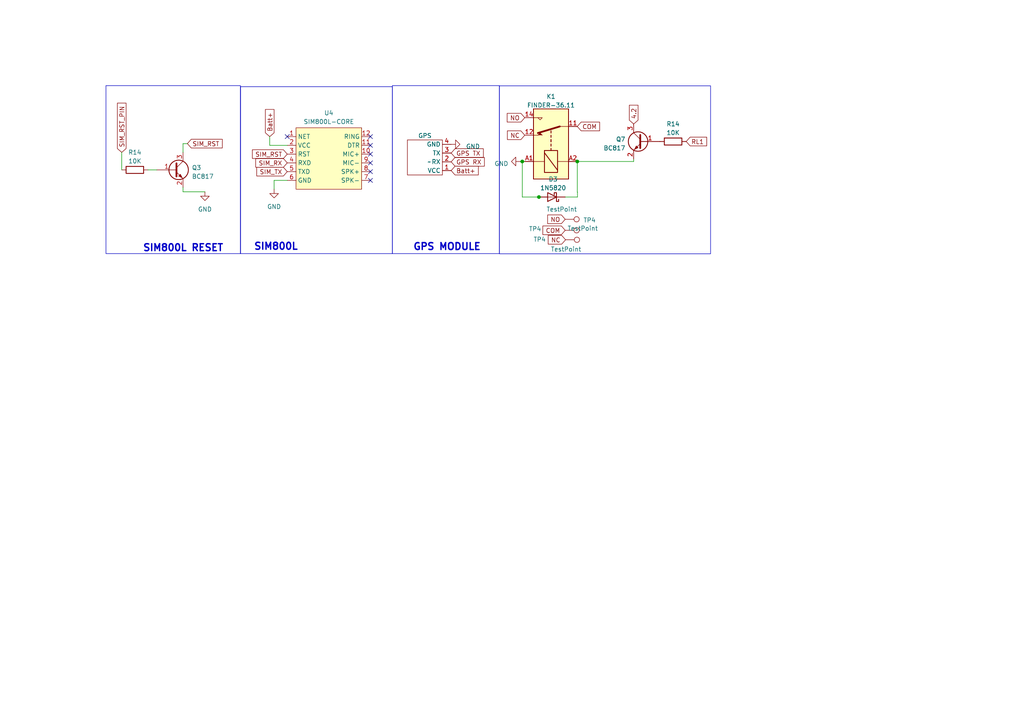
<source format=kicad_sch>
(kicad_sch (version 20230121) (generator eeschema)

  (uuid 6bfcaeb3-5f31-4a63-9f3e-88d98d9fd722)

  (paper "A4")

  (lib_symbols
    (symbol "Connector:TestPoint" (pin_numbers hide) (pin_names (offset 0.762) hide) (in_bom yes) (on_board yes)
      (property "Reference" "TP" (at 0 6.858 0)
        (effects (font (size 1.27 1.27)))
      )
      (property "Value" "TestPoint" (at 0 5.08 0)
        (effects (font (size 1.27 1.27)))
      )
      (property "Footprint" "" (at 5.08 0 0)
        (effects (font (size 1.27 1.27)) hide)
      )
      (property "Datasheet" "~" (at 5.08 0 0)
        (effects (font (size 1.27 1.27)) hide)
      )
      (property "ki_keywords" "test point tp" (at 0 0 0)
        (effects (font (size 1.27 1.27)) hide)
      )
      (property "ki_description" "test point" (at 0 0 0)
        (effects (font (size 1.27 1.27)) hide)
      )
      (property "ki_fp_filters" "Pin* Test*" (at 0 0 0)
        (effects (font (size 1.27 1.27)) hide)
      )
      (symbol "TestPoint_0_1"
        (circle (center 0 3.302) (radius 0.762)
          (stroke (width 0) (type default))
          (fill (type none))
        )
      )
      (symbol "TestPoint_1_1"
        (pin passive line (at 0 0 90) (length 2.54)
          (name "1" (effects (font (size 1.27 1.27))))
          (number "1" (effects (font (size 1.27 1.27))))
        )
      )
    )
    (symbol "Device:R" (pin_numbers hide) (pin_names (offset 0)) (in_bom yes) (on_board yes)
      (property "Reference" "R" (at 2.032 0 90)
        (effects (font (size 1.27 1.27)))
      )
      (property "Value" "R" (at 0 0 90)
        (effects (font (size 1.27 1.27)))
      )
      (property "Footprint" "" (at -1.778 0 90)
        (effects (font (size 1.27 1.27)) hide)
      )
      (property "Datasheet" "~" (at 0 0 0)
        (effects (font (size 1.27 1.27)) hide)
      )
      (property "ki_keywords" "R res resistor" (at 0 0 0)
        (effects (font (size 1.27 1.27)) hide)
      )
      (property "ki_description" "Resistor" (at 0 0 0)
        (effects (font (size 1.27 1.27)) hide)
      )
      (property "ki_fp_filters" "R_*" (at 0 0 0)
        (effects (font (size 1.27 1.27)) hide)
      )
      (symbol "R_0_1"
        (rectangle (start -1.016 -2.54) (end 1.016 2.54)
          (stroke (width 0.254) (type default))
          (fill (type none))
        )
      )
      (symbol "R_1_1"
        (pin passive line (at 0 3.81 270) (length 1.27)
          (name "~" (effects (font (size 1.27 1.27))))
          (number "1" (effects (font (size 1.27 1.27))))
        )
        (pin passive line (at 0 -3.81 90) (length 1.27)
          (name "~" (effects (font (size 1.27 1.27))))
          (number "2" (effects (font (size 1.27 1.27))))
        )
      )
    )
    (symbol "Diode:1N5820" (pin_numbers hide) (pin_names (offset 1.016) hide) (in_bom yes) (on_board yes)
      (property "Reference" "D" (at 0 2.54 0)
        (effects (font (size 1.27 1.27)))
      )
      (property "Value" "1N5820" (at 0 -2.54 0)
        (effects (font (size 1.27 1.27)))
      )
      (property "Footprint" "Diode_THT:D_DO-201AD_P15.24mm_Horizontal" (at 0 -4.445 0)
        (effects (font (size 1.27 1.27)) hide)
      )
      (property "Datasheet" "http://www.vishay.com/docs/88526/1n5820.pdf" (at 0 0 0)
        (effects (font (size 1.27 1.27)) hide)
      )
      (property "ki_keywords" "diode Schottky" (at 0 0 0)
        (effects (font (size 1.27 1.27)) hide)
      )
      (property "ki_description" "20V 3A Schottky Barrier Rectifier Diode, DO-201AD" (at 0 0 0)
        (effects (font (size 1.27 1.27)) hide)
      )
      (property "ki_fp_filters" "D*DO?201AD*" (at 0 0 0)
        (effects (font (size 1.27 1.27)) hide)
      )
      (symbol "1N5820_0_1"
        (polyline
          (pts
            (xy 1.27 0)
            (xy -1.27 0)
          )
          (stroke (width 0) (type default))
          (fill (type none))
        )
        (polyline
          (pts
            (xy 1.27 1.27)
            (xy 1.27 -1.27)
            (xy -1.27 0)
            (xy 1.27 1.27)
          )
          (stroke (width 0.254) (type default))
          (fill (type none))
        )
        (polyline
          (pts
            (xy -1.905 0.635)
            (xy -1.905 1.27)
            (xy -1.27 1.27)
            (xy -1.27 -1.27)
            (xy -0.635 -1.27)
            (xy -0.635 -0.635)
          )
          (stroke (width 0.254) (type default))
          (fill (type none))
        )
      )
      (symbol "1N5820_1_1"
        (pin passive line (at -3.81 0 0) (length 2.54)
          (name "K" (effects (font (size 1.27 1.27))))
          (number "1" (effects (font (size 1.27 1.27))))
        )
        (pin passive line (at 3.81 0 180) (length 2.54)
          (name "A" (effects (font (size 1.27 1.27))))
          (number "2" (effects (font (size 1.27 1.27))))
        )
      )
    )
    (symbol "Relay:FINDER-36.11" (in_bom yes) (on_board yes)
      (property "Reference" "K" (at 11.43 3.81 0)
        (effects (font (size 1.27 1.27)) (justify left))
      )
      (property "Value" "FINDER-36.11" (at 11.43 1.27 0)
        (effects (font (size 1.27 1.27)) (justify left))
      )
      (property "Footprint" "Relay_THT:Relay_SPDT_Finder_36.11" (at 32.258 -0.762 0)
        (effects (font (size 1.27 1.27)) hide)
      )
      (property "Datasheet" "https://gfinder.findernet.com/public/attachments/36/EN/S36EN.pdf" (at 0 0 0)
        (effects (font (size 1.27 1.27)) hide)
      )
      (property "ki_keywords" "spdt relay" (at 0 0 0)
        (effects (font (size 1.27 1.27)) hide)
      )
      (property "ki_description" "FINDER 36.11, SPDT relay, 10A" (at 0 0 0)
        (effects (font (size 1.27 1.27)) hide)
      )
      (property "ki_fp_filters" "Relay*SPDT*Finder*36.11*" (at 0 0 0)
        (effects (font (size 1.27 1.27)) hide)
      )
      (symbol "FINDER-36.11_0_0"
        (polyline
          (pts
            (xy 2.54 3.81)
            (xy 2.54 5.08)
          )
          (stroke (width 0) (type default))
          (fill (type none))
        )
        (polyline
          (pts
            (xy 7.62 3.81)
            (xy 7.62 5.08)
          )
          (stroke (width 0) (type default))
          (fill (type none))
        )
        (polyline
          (pts
            (xy 7.62 3.81)
            (xy 7.62 2.54)
            (xy 6.985 3.175)
            (xy 7.62 3.81)
          )
          (stroke (width 0) (type default))
          (fill (type none))
        )
      )
      (symbol "FINDER-36.11_0_1"
        (rectangle (start -10.16 5.08) (end 10.16 -5.08)
          (stroke (width 0.254) (type default))
          (fill (type background))
        )
        (rectangle (start -8.255 1.905) (end -1.905 -1.905)
          (stroke (width 0.254) (type default))
          (fill (type none))
        )
        (polyline
          (pts
            (xy -7.62 -1.905)
            (xy -2.54 1.905)
          )
          (stroke (width 0.254) (type default))
          (fill (type none))
        )
        (polyline
          (pts
            (xy -5.08 -5.08)
            (xy -5.08 -1.905)
          )
          (stroke (width 0) (type default))
          (fill (type none))
        )
        (polyline
          (pts
            (xy -5.08 5.08)
            (xy -5.08 1.905)
          )
          (stroke (width 0) (type default))
          (fill (type none))
        )
        (polyline
          (pts
            (xy -1.905 0)
            (xy -1.27 0)
          )
          (stroke (width 0.254) (type default))
          (fill (type none))
        )
        (polyline
          (pts
            (xy -0.635 0)
            (xy 0 0)
          )
          (stroke (width 0.254) (type default))
          (fill (type none))
        )
        (polyline
          (pts
            (xy 0.635 0)
            (xy 1.27 0)
          )
          (stroke (width 0.254) (type default))
          (fill (type none))
        )
        (polyline
          (pts
            (xy 0.635 0)
            (xy 1.27 0)
          )
          (stroke (width 0.254) (type default))
          (fill (type none))
        )
        (polyline
          (pts
            (xy 1.905 0)
            (xy 2.54 0)
          )
          (stroke (width 0.254) (type default))
          (fill (type none))
        )
        (polyline
          (pts
            (xy 3.175 0)
            (xy 3.81 0)
          )
          (stroke (width 0.254) (type default))
          (fill (type none))
        )
        (polyline
          (pts
            (xy 5.08 -2.54)
            (xy 3.175 3.81)
          )
          (stroke (width 0.508) (type default))
          (fill (type none))
        )
        (polyline
          (pts
            (xy 5.08 -2.54)
            (xy 5.08 -5.08)
          )
          (stroke (width 0) (type default))
          (fill (type none))
        )
        (polyline
          (pts
            (xy 2.54 2.54)
            (xy 3.175 3.175)
            (xy 2.54 3.81)
          )
          (stroke (width 0) (type default))
          (fill (type outline))
        )
      )
      (symbol "FINDER-36.11_1_1"
        (pin passive line (at 5.08 -7.62 90) (length 2.54)
          (name "~" (effects (font (size 1.27 1.27))))
          (number "11" (effects (font (size 1.27 1.27))))
        )
        (pin passive line (at 2.54 7.62 270) (length 2.54)
          (name "~" (effects (font (size 1.27 1.27))))
          (number "12" (effects (font (size 1.27 1.27))))
        )
        (pin passive line (at 7.62 7.62 270) (length 2.54)
          (name "~" (effects (font (size 1.27 1.27))))
          (number "14" (effects (font (size 1.27 1.27))))
        )
        (pin passive line (at -5.08 7.62 270) (length 2.54)
          (name "~" (effects (font (size 1.27 1.27))))
          (number "A1" (effects (font (size 1.27 1.27))))
        )
        (pin passive line (at -5.08 -7.62 90) (length 2.54)
          (name "~" (effects (font (size 1.27 1.27))))
          (number "A2" (effects (font (size 1.27 1.27))))
        )
      )
    )
    (symbol "Transistor_BJT:BC817" (pin_names (offset 0) hide) (in_bom yes) (on_board yes)
      (property "Reference" "Q" (at 5.08 1.905 0)
        (effects (font (size 1.27 1.27)) (justify left))
      )
      (property "Value" "BC817" (at 5.08 0 0)
        (effects (font (size 1.27 1.27)) (justify left))
      )
      (property "Footprint" "Package_TO_SOT_SMD:SOT-23" (at 5.08 -1.905 0)
        (effects (font (size 1.27 1.27) italic) (justify left) hide)
      )
      (property "Datasheet" "https://www.onsemi.com/pub/Collateral/BC818-D.pdf" (at 0 0 0)
        (effects (font (size 1.27 1.27)) (justify left) hide)
      )
      (property "ki_keywords" "NPN Transistor" (at 0 0 0)
        (effects (font (size 1.27 1.27)) hide)
      )
      (property "ki_description" "0.8A Ic, 45V Vce, NPN Transistor, SOT-23" (at 0 0 0)
        (effects (font (size 1.27 1.27)) hide)
      )
      (property "ki_fp_filters" "SOT?23*" (at 0 0 0)
        (effects (font (size 1.27 1.27)) hide)
      )
      (symbol "BC817_0_1"
        (polyline
          (pts
            (xy 0.635 0.635)
            (xy 2.54 2.54)
          )
          (stroke (width 0) (type default))
          (fill (type none))
        )
        (polyline
          (pts
            (xy 0.635 -0.635)
            (xy 2.54 -2.54)
            (xy 2.54 -2.54)
          )
          (stroke (width 0) (type default))
          (fill (type none))
        )
        (polyline
          (pts
            (xy 0.635 1.905)
            (xy 0.635 -1.905)
            (xy 0.635 -1.905)
          )
          (stroke (width 0.508) (type default))
          (fill (type none))
        )
        (polyline
          (pts
            (xy 1.27 -1.778)
            (xy 1.778 -1.27)
            (xy 2.286 -2.286)
            (xy 1.27 -1.778)
            (xy 1.27 -1.778)
          )
          (stroke (width 0) (type default))
          (fill (type outline))
        )
        (circle (center 1.27 0) (radius 2.8194)
          (stroke (width 0.254) (type default))
          (fill (type none))
        )
      )
      (symbol "BC817_1_1"
        (pin input line (at -5.08 0 0) (length 5.715)
          (name "B" (effects (font (size 1.27 1.27))))
          (number "1" (effects (font (size 1.27 1.27))))
        )
        (pin passive line (at 2.54 -5.08 90) (length 2.54)
          (name "E" (effects (font (size 1.27 1.27))))
          (number "2" (effects (font (size 1.27 1.27))))
        )
        (pin passive line (at 2.54 5.08 270) (length 2.54)
          (name "C" (effects (font (size 1.27 1.27))))
          (number "3" (effects (font (size 1.27 1.27))))
        )
      )
    )
    (symbol "gps neo6:gps_module" (in_bom yes) (on_board yes)
      (property "Reference" "U" (at 1.27 -1.27 0)
        (effects (font (size 1.27 1.27)))
      )
      (property "Value" "" (at 0 0 0)
        (effects (font (size 1.27 1.27)))
      )
      (property "Footprint" "" (at 0 0 0)
        (effects (font (size 1.27 1.27)) hide)
      )
      (property "Datasheet" "" (at 0 0 0)
        (effects (font (size 1.27 1.27)) hide)
      )
      (symbol "gps_module_0_1"
        (rectangle (start -3.81 3.81) (end 6.35 -6.35)
          (stroke (width 0) (type default))
          (fill (type none))
        )
      )
      (symbol "gps_module_1_1"
        (pin input line (at -6.35 2.54 0) (length 2.54)
          (name "VCC" (effects (font (size 1.27 1.27))))
          (number "1" (effects (font (size 1.27 1.27))))
        )
        (pin input line (at -6.35 0 0) (length 2.54)
          (name "RX" (effects (font (size 1.27 1.27))))
          (number "2" (effects (font (size 1.27 1.27))))
        )
        (pin input line (at -6.35 -2.54 0) (length 2.54)
          (name "TX" (effects (font (size 1.27 1.27))))
          (number "3" (effects (font (size 1.27 1.27))))
        )
        (pin input line (at -6.35 -5.08 0) (length 2.54)
          (name "GND" (effects (font (size 1.27 1.27))))
          (number "4" (effects (font (size 1.27 1.27))))
        )
      )
    )
    (symbol "power:GND" (power) (pin_names (offset 0)) (in_bom yes) (on_board yes)
      (property "Reference" "#PWR" (at 0 -6.35 0)
        (effects (font (size 1.27 1.27)) hide)
      )
      (property "Value" "GND" (at 0 -3.81 0)
        (effects (font (size 1.27 1.27)))
      )
      (property "Footprint" "" (at 0 0 0)
        (effects (font (size 1.27 1.27)) hide)
      )
      (property "Datasheet" "" (at 0 0 0)
        (effects (font (size 1.27 1.27)) hide)
      )
      (property "ki_keywords" "global power" (at 0 0 0)
        (effects (font (size 1.27 1.27)) hide)
      )
      (property "ki_description" "Power symbol creates a global label with name \"GND\" , ground" (at 0 0 0)
        (effects (font (size 1.27 1.27)) hide)
      )
      (symbol "GND_0_1"
        (polyline
          (pts
            (xy 0 0)
            (xy 0 -1.27)
            (xy 1.27 -1.27)
            (xy 0 -2.54)
            (xy -1.27 -1.27)
            (xy 0 -1.27)
          )
          (stroke (width 0) (type default))
          (fill (type none))
        )
      )
      (symbol "GND_1_1"
        (pin power_in line (at 0 0 270) (length 0) hide
          (name "GND" (effects (font (size 1.27 1.27))))
          (number "1" (effects (font (size 1.27 1.27))))
        )
      )
    )
    (symbol "sim800l-core:SIM800L-CORE" (in_bom yes) (on_board yes)
      (property "Reference" "U" (at -7.62 8.89 0)
        (effects (font (size 1.27 1.27)))
      )
      (property "Value" "SIM800L-CORE" (at 0 -12.7 0)
        (effects (font (size 1.27 1.27)))
      )
      (property "Footprint" "" (at 0 0 0)
        (effects (font (size 1.27 1.27)) hide)
      )
      (property "Datasheet" "" (at 0 0 0)
        (effects (font (size 1.27 1.27)) hide)
      )
      (symbol "SIM800L-CORE_0_1"
        (rectangle (start -8.89 7.62) (end 10.16 -10.16)
          (stroke (width 0.1524) (type default))
          (fill (type background))
        )
      )
      (symbol "SIM800L-CORE_1_1"
        (pin bidirectional line (at -11.43 5.08 0) (length 2.54)
          (name "NET" (effects (font (size 1.27 1.27))))
          (number "1" (effects (font (size 1.27 1.27))))
        )
        (pin output line (at 12.7 0 180) (length 2.54)
          (name "MIC+" (effects (font (size 1.27 1.27))))
          (number "10" (effects (font (size 1.27 1.27))))
        )
        (pin passive line (at 12.7 2.54 180) (length 2.54)
          (name "DTR" (effects (font (size 1.27 1.27))))
          (number "11" (effects (font (size 1.27 1.27))))
        )
        (pin output line (at 12.7 5.08 180) (length 2.54)
          (name "RING" (effects (font (size 1.27 1.27))))
          (number "12" (effects (font (size 1.27 1.27))))
        )
        (pin power_in line (at -11.43 2.54 0) (length 2.54)
          (name "VCC" (effects (font (size 1.27 1.27))))
          (number "2" (effects (font (size 1.27 1.27))))
        )
        (pin input line (at -11.43 0 0) (length 2.54)
          (name "RST" (effects (font (size 1.27 1.27))))
          (number "3" (effects (font (size 1.27 1.27))))
        )
        (pin input line (at -11.43 -2.54 0) (length 2.54)
          (name "RXD" (effects (font (size 1.27 1.27))))
          (number "4" (effects (font (size 1.27 1.27))))
        )
        (pin output line (at -11.43 -5.08 0) (length 2.54)
          (name "TXD" (effects (font (size 1.27 1.27))))
          (number "5" (effects (font (size 1.27 1.27))))
        )
        (pin power_in line (at -11.43 -7.62 0) (length 2.54)
          (name "GND" (effects (font (size 1.27 1.27))))
          (number "6" (effects (font (size 1.27 1.27))))
        )
        (pin output line (at 12.7 -7.62 180) (length 2.54)
          (name "SPK-" (effects (font (size 1.27 1.27))))
          (number "7" (effects (font (size 1.27 1.27))))
        )
        (pin output line (at 12.7 -5.08 180) (length 2.54)
          (name "SPK+" (effects (font (size 1.27 1.27))))
          (number "8" (effects (font (size 1.27 1.27))))
        )
        (pin output line (at 12.7 -2.54 180) (length 2.54)
          (name "MIC-" (effects (font (size 1.27 1.27))))
          (number "9" (effects (font (size 1.27 1.27))))
        )
      )
    )
  )

  (junction (at 151.4856 46.8376) (diameter 0) (color 0 0 0 0)
    (uuid 80f24192-d12c-44d1-83e0-75f9163f3bd5)
  )
  (junction (at 156.3116 57.15) (diameter 0) (color 0 0 0 0)
    (uuid d70d0da7-253c-40ba-b490-3c3aab848d8e)
  )
  (junction (at 167.4368 46.8376) (diameter 0) (color 0 0 0 0)
    (uuid f19d6656-1714-4b3f-94eb-1263be9832cc)
  )

  (no_connect (at 107.442 44.704) (uuid 067a2d84-70e7-4671-ab9e-69fae8d4c2eb))
  (no_connect (at 107.442 39.624) (uuid 5a9f2244-aefa-4c91-ab62-e03f37c81be1))
  (no_connect (at 107.442 52.324) (uuid 6bfd7371-e266-4129-938a-996baa3e927d))
  (no_connect (at 107.442 47.244) (uuid 74ac2bb1-b150-4754-acb9-7c0a262cf4b6))
  (no_connect (at 107.442 49.784) (uuid 868db58b-5f51-4b90-9511-b1267be7d183))
  (no_connect (at 83.312 39.624) (uuid ad4bf86a-36af-4238-9e42-f3bb96f40688))
  (no_connect (at 107.442 42.164) (uuid bb765e10-7dc6-48c0-81c9-4ad53f1f2cb6))

  (wire (pts (xy 83.312 52.324) (xy 79.502 52.324))
    (stroke (width 0) (type default))
    (uuid 12578fdc-da9a-4c2f-9035-794d65d4bd7d)
  )
  (wire (pts (xy 53.086 41.656) (xy 54.356 41.656))
    (stroke (width 0) (type default))
    (uuid 18e6bdb0-606e-463d-ab52-2ce2dd85427f)
  )
  (wire (pts (xy 83.312 42.164) (xy 78.232 42.164))
    (stroke (width 0) (type default))
    (uuid 30f8861e-b1bf-423c-af14-16bed521739c)
  )
  (wire (pts (xy 78.232 42.164) (xy 78.232 39.624))
    (stroke (width 0) (type default))
    (uuid 324e44a7-f364-4dd4-9be3-6b32498722f7)
  )
  (wire (pts (xy 53.086 55.626) (xy 53.086 54.356))
    (stroke (width 0) (type default))
    (uuid 3a4e1df6-2625-4432-a6fe-e5625fad5471)
  )
  (wire (pts (xy 167.4368 46.8376) (xy 183.7944 46.8376))
    (stroke (width 0) (type default))
    (uuid 3ad3ae1f-a74a-4cf8-8336-d5000a4ab7a5)
  )
  (wire (pts (xy 151.4856 57.15) (xy 156.3116 57.15))
    (stroke (width 0) (type default))
    (uuid 40b13d16-7f43-4e0f-8e4f-0345131c17bf)
  )
  (wire (pts (xy 53.086 41.656) (xy 53.086 44.196))
    (stroke (width 0) (type default))
    (uuid 465f2fbc-92bb-44e7-b792-b03808569b19)
  )
  (wire (pts (xy 151.4856 57.15) (xy 151.4856 46.8376))
    (stroke (width 0) (type default))
    (uuid 61dcae2f-7d43-41c4-9d2f-d041655ececb)
  )
  (wire (pts (xy 167.4876 57.15) (xy 167.4876 55.7276))
    (stroke (width 0) (type default))
    (uuid 6be02a17-b479-4c09-9e62-b9ea42a05001)
  )
  (wire (pts (xy 183.7944 46.8376) (xy 183.7944 46.1264))
    (stroke (width 0) (type default))
    (uuid 7f65c175-20f2-4294-88c3-e6d0e8711b48)
  )
  (wire (pts (xy 35.306 44.196) (xy 35.306 49.276))
    (stroke (width 0) (type default))
    (uuid 9843b5ac-c61d-47f1-a40f-9dcfb1127d33)
  )
  (wire (pts (xy 150.876 46.8376) (xy 151.4856 46.8376))
    (stroke (width 0) (type default))
    (uuid 99cecfcf-8e9f-4b82-8838-af053d3621b4)
  )
  (wire (pts (xy 42.926 49.276) (xy 45.466 49.276))
    (stroke (width 0) (type default))
    (uuid b3e44461-ebfe-41b5-a177-f4ce8a206368)
  )
  (wire (pts (xy 167.4368 55.7276) (xy 167.4876 55.7276))
    (stroke (width 0) (type default))
    (uuid bb7eb396-797f-436a-9835-24099f50749e)
  )
  (wire (pts (xy 167.4368 55.7276) (xy 167.4368 46.8376))
    (stroke (width 0) (type default))
    (uuid c4a84ebd-e469-4cfb-9016-84389eae5cba)
  )
  (wire (pts (xy 156.3116 57.15) (xy 156.3624 57.15))
    (stroke (width 0) (type default))
    (uuid cb235292-f185-4517-a10c-e0c136cb693f)
  )
  (wire (pts (xy 79.502 52.324) (xy 79.502 54.864))
    (stroke (width 0) (type default))
    (uuid de8d2000-8286-425d-afb1-87ce6512c5c6)
  )
  (wire (pts (xy 151.4856 46.8376) (xy 152.1968 46.8376))
    (stroke (width 0) (type default))
    (uuid df8f2d30-8093-4be2-ae28-151f01bf94be)
  )
  (wire (pts (xy 59.436 55.626) (xy 53.086 55.626))
    (stroke (width 0) (type default))
    (uuid e768572b-5fdc-4b94-a9c0-632bc87f24cb)
  )
  (wire (pts (xy 163.9316 57.15) (xy 167.4876 57.15))
    (stroke (width 0) (type default))
    (uuid f5982cd3-9a50-445c-8791-b9e8161714b9)
  )

  (rectangle (start 144.8308 24.892) (end 206.0956 73.6092)
    (stroke (width 0) (type default))
    (fill (type none))
    (uuid 3516060e-2ed3-4caa-b4c7-d8f75014512c)
  )
  (rectangle (start 69.7484 25.146) (end 113.792 73.5584)
    (stroke (width 0) (type default))
    (fill (type none))
    (uuid 5d6aac40-c2d8-4008-9459-0107a8da50fb)
  )
  (rectangle (start 113.792 24.8412) (end 144.8308 73.5584)
    (stroke (width 0) (type default))
    (fill (type none))
    (uuid 83f9e36f-9cb2-4744-83c5-37acb0320134)
  )
  (rectangle (start 30.734 24.8412) (end 69.7484 73.5584)
    (stroke (width 0) (type default))
    (fill (type none))
    (uuid e386ccb5-ad64-4376-a99b-3c1c0a3c31a4)
  )

  (text "GPS MODULE\n\n" (at 119.7356 76.0984 0)
    (effects (font (size 2 2) (thickness 0.4) bold) (justify left bottom))
    (uuid 262e5bce-e31b-4eab-9f88-d7da2e9b7212)
  )
  (text "SIM800L RESET \n" (at 41.3512 73.2028 0)
    (effects (font (size 2 2) (thickness 0.4) bold) (justify left bottom))
    (uuid 933c2a03-3ce5-4108-b18c-527286e0c0b6)
  )
  (text "SIM800L" (at 73.5584 72.7964 0)
    (effects (font (size 2 2) (thickness 0.4) bold) (justify left bottom))
    (uuid dfa26138-5d7f-4c9f-b832-e86e356b2e25)
  )

  (global_label "SIM_RX" (shape input) (at 83.312 47.244 180) (fields_autoplaced)
    (effects (font (size 1.27 1.27)) (justify right))
    (uuid 2423c4c3-2376-448e-8558-b0a050844ac3)
    (property "Intersheetrefs" "${INTERSHEET_REFS}" (at 73.6934 47.244 0)
      (effects (font (size 1.27 1.27)) (justify right) hide)
    )
  )
  (global_label "GPS TX" (shape input) (at 130.8608 44.3992 0) (fields_autoplaced)
    (effects (font (size 1.27 1.27)) (justify left))
    (uuid 503220e1-ed47-4c66-80c6-178c6140d727)
    (property "Intersheetrefs" "${INTERSHEET_REFS}" (at 140.6608 44.3992 0)
      (effects (font (size 1.27 1.27)) (justify left) hide)
    )
  )
  (global_label "SIM_RST_PIN" (shape input) (at 35.306 44.196 90) (fields_autoplaced)
    (effects (font (size 1.27 1.27)) (justify left))
    (uuid 51e998d4-6fe7-4cf0-a615-e108d95ef4f1)
    (property "Intersheetrefs" "${INTERSHEET_REFS}" (at 35.306 29.4369 90)
      (effects (font (size 1.27 1.27)) (justify left) hide)
    )
  )
  (global_label "Batt+" (shape input) (at 130.8608 49.4792 0) (fields_autoplaced)
    (effects (font (size 1.27 1.27)) (justify left))
    (uuid 54076845-0c13-4f2b-80bb-3c69326fe319)
    (property "Intersheetrefs" "${INTERSHEET_REFS}" (at 139.2094 49.4792 0)
      (effects (font (size 1.27 1.27)) (justify left) hide)
    )
  )
  (global_label "NO" (shape input) (at 163.9316 63.6016 180) (fields_autoplaced)
    (effects (font (size 1.27 1.27)) (justify right))
    (uuid 64ca0c21-b2a4-4bd9-bb94-ab7197b5fe07)
    (property "Intersheetrefs" "${INTERSHEET_REFS}" (at 158.3648 63.6016 0)
      (effects (font (size 1.27 1.27)) (justify right) hide)
    )
  )
  (global_label "RL1" (shape input) (at 199.0344 41.0464 0) (fields_autoplaced)
    (effects (font (size 1.27 1.27)) (justify left))
    (uuid 7ed57806-34a3-4d7a-8916-1f6027fd5039)
    (property "Intersheetrefs" "${INTERSHEET_REFS}" (at 205.4478 41.0464 0)
      (effects (font (size 1.27 1.27)) (justify left) hide)
    )
  )
  (global_label "COM" (shape input) (at 163.9316 66.802 180) (fields_autoplaced)
    (effects (font (size 1.27 1.27)) (justify right))
    (uuid a141c0c2-7c5e-42f1-93da-c1c71e2cef01)
    (property "Intersheetrefs" "${INTERSHEET_REFS}" (at 156.9739 66.802 0)
      (effects (font (size 1.27 1.27)) (justify right) hide)
    )
  )
  (global_label "NC" (shape input) (at 164.0332 69.5452 180) (fields_autoplaced)
    (effects (font (size 1.27 1.27)) (justify right))
    (uuid b7f74922-6081-4424-b218-af26cfbc534b)
    (property "Intersheetrefs" "${INTERSHEET_REFS}" (at 158.5269 69.5452 0)
      (effects (font (size 1.27 1.27)) (justify right) hide)
    )
  )
  (global_label "SIM_TX" (shape input) (at 83.312 49.784 180) (fields_autoplaced)
    (effects (font (size 1.27 1.27)) (justify right))
    (uuid be65cf6d-f6ea-41c3-8305-a33afe52f190)
    (property "Intersheetrefs" "${INTERSHEET_REFS}" (at 73.9958 49.784 0)
      (effects (font (size 1.27 1.27)) (justify right) hide)
    )
  )
  (global_label "4.2" (shape input) (at 183.7944 35.9664 90) (fields_autoplaced)
    (effects (font (size 1.27 1.27)) (justify left))
    (uuid c2daf971-1a85-49fc-80c4-b315b33c01ca)
    (property "Intersheetrefs" "${INTERSHEET_REFS}" (at 183.7944 30.0368 90)
      (effects (font (size 1.27 1.27)) (justify left) hide)
    )
  )
  (global_label "GPS RX" (shape input) (at 130.8608 46.9392 0) (fields_autoplaced)
    (effects (font (size 1.27 1.27)) (justify left))
    (uuid c4fa665f-b482-4551-abd8-b1069d73b6ab)
    (property "Intersheetrefs" "${INTERSHEET_REFS}" (at 140.9632 46.9392 0)
      (effects (font (size 1.27 1.27)) (justify left) hide)
    )
  )
  (global_label "NC" (shape input) (at 152.1968 39.2176 180) (fields_autoplaced)
    (effects (font (size 1.27 1.27)) (justify right))
    (uuid d5fc4c1e-1929-44ca-9719-d44be7656eb8)
    (property "Intersheetrefs" "${INTERSHEET_REFS}" (at 146.6905 39.2176 0)
      (effects (font (size 1.27 1.27)) (justify right) hide)
    )
  )
  (global_label "Batt+" (shape input) (at 78.232 39.624 90) (fields_autoplaced)
    (effects (font (size 1.27 1.27)) (justify left))
    (uuid d9a79708-10fe-44e8-8c71-ae6385c081b4)
    (property "Intersheetrefs" "${INTERSHEET_REFS}" (at 78.232 31.2754 90)
      (effects (font (size 1.27 1.27)) (justify left) hide)
    )
  )
  (global_label "COM" (shape input) (at 167.4368 36.6776 0) (fields_autoplaced)
    (effects (font (size 1.27 1.27)) (justify left))
    (uuid da527b1e-abcd-41bd-a667-67a59c3f4664)
    (property "Intersheetrefs" "${INTERSHEET_REFS}" (at 174.3945 36.6776 0)
      (effects (font (size 1.27 1.27)) (justify left) hide)
    )
  )
  (global_label "SIM_RST" (shape input) (at 54.356 41.656 0) (fields_autoplaced)
    (effects (font (size 1.27 1.27)) (justify left))
    (uuid df6dd7a7-b999-4e49-b880-d9b1cb9b5037)
    (property "Intersheetrefs" "${INTERSHEET_REFS}" (at 64.9422 41.656 0)
      (effects (font (size 1.27 1.27)) (justify left) hide)
    )
  )
  (global_label "NO" (shape input) (at 152.1968 34.1376 180) (fields_autoplaced)
    (effects (font (size 1.27 1.27)) (justify right))
    (uuid edadd4b7-724a-4333-b1a7-ee8e42b8420d)
    (property "Intersheetrefs" "${INTERSHEET_REFS}" (at 146.63 34.1376 0)
      (effects (font (size 1.27 1.27)) (justify right) hide)
    )
  )
  (global_label "SIM_RST" (shape input) (at 83.312 44.704 180) (fields_autoplaced)
    (effects (font (size 1.27 1.27)) (justify right))
    (uuid f68e4e9b-80f7-4212-b1d2-1220c2a32412)
    (property "Intersheetrefs" "${INTERSHEET_REFS}" (at 72.7258 44.704 0)
      (effects (font (size 1.27 1.27)) (justify right) hide)
    )
  )

  (symbol (lib_id "power:GND") (at 150.876 46.8376 270) (unit 1)
    (in_bom yes) (on_board yes) (dnp no) (fields_autoplaced)
    (uuid 1989fe4f-c90e-4808-9fe5-27465c9621fa)
    (property "Reference" "#PWR023" (at 144.526 46.8376 0)
      (effects (font (size 1.27 1.27)) hide)
    )
    (property "Value" "GND" (at 147.4724 47.4726 90)
      (effects (font (size 1.27 1.27)) (justify right))
    )
    (property "Footprint" "" (at 150.876 46.8376 0)
      (effects (font (size 1.27 1.27)) hide)
    )
    (property "Datasheet" "" (at 150.876 46.8376 0)
      (effects (font (size 1.27 1.27)) hide)
    )
    (pin "1" (uuid 25d53294-7437-4380-8d0b-0a57053c1fda))
    (instances
      (project "RECTIFIED CIRCUIT"
        (path "/15d8fe1c-6bc9-406f-8c82-4650b46b74f7"
          (reference "#PWR023") (unit 1)
        )
        (path "/15d8fe1c-6bc9-406f-8c82-4650b46b74f7/1f0f5415-ffb3-44c5-a9d5-4b8ede3e9ecd"
          (reference "#PWR024") (unit 1)
        )
        (path "/15d8fe1c-6bc9-406f-8c82-4650b46b74f7/1c892640-b819-461d-8e82-d89cc993baca"
          (reference "#PWR037") (unit 1)
        )
      )
      (project "POWER  WATER CIRCUIT"
        (path "/ed26ffac-5a1b-47b4-af6c-0a896f4f3a48/75639c68-7aee-455f-86ce-25200fb73312"
          (reference "#PWR039") (unit 1)
        )
      )
    )
  )

  (symbol (lib_id "Connector:TestPoint") (at 163.9316 66.802 270) (unit 1)
    (in_bom yes) (on_board yes) (dnp no)
    (uuid 40526322-8bee-463f-ae92-389a95bb6458)
    (property "Reference" "TP4" (at 153.3652 66.3956 90)
      (effects (font (size 1.27 1.27)) (justify left))
    )
    (property "Value" "TestPoint" (at 164.5412 66.2432 90)
      (effects (font (size 1.27 1.27)) (justify left))
    )
    (property "Footprint" "TestPoint:TestPoint_Pad_D2.5mm" (at 163.9316 71.882 0)
      (effects (font (size 1.27 1.27)) hide)
    )
    (property "Datasheet" "~" (at 163.9316 71.882 0)
      (effects (font (size 1.27 1.27)) hide)
    )
    (pin "1" (uuid 348674c3-5064-41b8-8fb6-14866724ebe5))
    (instances
      (project "RECTIFIED CIRCUIT"
        (path "/15d8fe1c-6bc9-406f-8c82-4650b46b74f7/8a3013c4-99ca-4358-be8b-7d709b01f34f"
          (reference "TP4") (unit 1)
        )
      )
      (project "Power"
        (path "/3cb6107d-6636-4015-9752-943f8f818a83"
          (reference "TP4") (unit 1)
        )
      )
      (project "POWER  WATER CIRCUIT"
        (path "/ed26ffac-5a1b-47b4-af6c-0a896f4f3a48/7f9e1c6e-3769-492f-b405-f06b13d3c36f"
          (reference "TP4") (unit 1)
        )
        (path "/ed26ffac-5a1b-47b4-af6c-0a896f4f3a48/75639c68-7aee-455f-86ce-25200fb73312"
          (reference "COM1") (unit 1)
        )
      )
    )
  )

  (symbol (lib_id "Diode:1N5820") (at 160.1216 57.15 180) (unit 1)
    (in_bom yes) (on_board yes) (dnp no) (fields_autoplaced)
    (uuid 4ba90c8c-784b-400d-82ef-fe39dc1b3e1b)
    (property "Reference" "D3" (at 160.4391 51.9684 0)
      (effects (font (size 1.27 1.27)))
    )
    (property "Value" "1N5820" (at 160.4391 54.5084 0)
      (effects (font (size 1.27 1.27)))
    )
    (property "Footprint" "Diode_SMD:D_SMB_Handsoldering" (at 160.1216 52.705 0)
      (effects (font (size 1.27 1.27)) hide)
    )
    (property "Datasheet" "http://www.vishay.com/docs/88526/1n5820.pdf" (at 160.1216 57.15 0)
      (effects (font (size 1.27 1.27)) hide)
    )
    (pin "1" (uuid 6f49883d-5267-42e1-aae1-13417ed98b57))
    (pin "2" (uuid 185fff88-b304-4b76-a767-4da98cbe5ad7))
    (instances
      (project "RECTIFIED CIRCUIT"
        (path "/15d8fe1c-6bc9-406f-8c82-4650b46b74f7"
          (reference "D3") (unit 1)
        )
        (path "/15d8fe1c-6bc9-406f-8c82-4650b46b74f7/1f0f5415-ffb3-44c5-a9d5-4b8ede3e9ecd"
          (reference "D3") (unit 1)
        )
        (path "/15d8fe1c-6bc9-406f-8c82-4650b46b74f7/8a3013c4-99ca-4358-be8b-7d709b01f34f"
          (reference "D3") (unit 1)
        )
      )
      (project "Power"
        (path "/3cb6107d-6636-4015-9752-943f8f818a83"
          (reference "D3") (unit 1)
        )
      )
      (project "POWER  WATER CIRCUIT"
        (path "/ed26ffac-5a1b-47b4-af6c-0a896f4f3a48/7f9e1c6e-3769-492f-b405-f06b13d3c36f"
          (reference "D3") (unit 1)
        )
        (path "/ed26ffac-5a1b-47b4-af6c-0a896f4f3a48/75639c68-7aee-455f-86ce-25200fb73312"
          (reference "D10") (unit 1)
        )
      )
    )
  )

  (symbol (lib_id "gps neo6:gps_module") (at 124.5108 46.9392 180) (unit 1)
    (in_bom yes) (on_board yes) (dnp no) (fields_autoplaced)
    (uuid 500ce100-2aea-46c8-9bab-03555f9802df)
    (property "Reference" "GPS" (at 123.2408 39.37 0)
      (effects (font (size 1.27 1.27)))
    )
    (property "Value" "~" (at 124.5108 46.9392 0)
      (effects (font (size 1.27 1.27)))
    )
    (property "Footprint" "gps_module:gps_module" (at 124.5108 46.9392 0)
      (effects (font (size 1.27 1.27)) hide)
    )
    (property "Datasheet" "" (at 124.5108 46.9392 0)
      (effects (font (size 1.27 1.27)) hide)
    )
    (pin "1" (uuid d9bed495-fde0-42d3-8ae5-98cf62a595b6))
    (pin "2" (uuid 017aed5e-db7f-4623-89c5-e47084f31b2f))
    (pin "3" (uuid b5c7c538-1305-4c1a-9f7d-f27485568607))
    (pin "4" (uuid 06f95a1b-d19b-418c-a132-e8aa05689e2d))
    (instances
      (project "POWER  WATER CIRCUIT"
        (path "/ed26ffac-5a1b-47b4-af6c-0a896f4f3a48"
          (reference "GPS") (unit 1)
        )
        (path "/ed26ffac-5a1b-47b4-af6c-0a896f4f3a48/75639c68-7aee-455f-86ce-25200fb73312"
          (reference "GPS1") (unit 1)
        )
      )
    )
  )

  (symbol (lib_id "Transistor_BJT:BC817") (at 50.546 49.276 0) (unit 1)
    (in_bom yes) (on_board yes) (dnp no) (fields_autoplaced)
    (uuid 533f3f96-3916-457f-b2f0-2bdb023d2af2)
    (property "Reference" "Q3" (at 55.626 48.641 0)
      (effects (font (size 1.27 1.27)) (justify left))
    )
    (property "Value" "BC817" (at 55.626 51.181 0)
      (effects (font (size 1.27 1.27)) (justify left))
    )
    (property "Footprint" "Package_TO_SOT_SMD:SOT-23" (at 55.626 51.181 0)
      (effects (font (size 1.27 1.27) italic) (justify left) hide)
    )
    (property "Datasheet" "https://www.onsemi.com/pub/Collateral/BC818-D.pdf" (at 50.546 49.276 0)
      (effects (font (size 1.27 1.27)) (justify left) hide)
    )
    (pin "1" (uuid ff8aec61-f2be-42a4-92f0-1fb00e1fc202))
    (pin "2" (uuid 1da449e1-ec33-4f74-bced-7cbf2935a54f))
    (pin "3" (uuid 43ae843d-ccab-49ac-9f65-5fa1fdf6a30d))
    (instances
      (project "RECTIFIED CIRCUIT"
        (path "/15d8fe1c-6bc9-406f-8c82-4650b46b74f7"
          (reference "Q3") (unit 1)
        )
        (path "/15d8fe1c-6bc9-406f-8c82-4650b46b74f7/1f0f5415-ffb3-44c5-a9d5-4b8ede3e9ecd"
          (reference "Q3") (unit 1)
        )
        (path "/15d8fe1c-6bc9-406f-8c82-4650b46b74f7/1c892640-b819-461d-8e82-d89cc993baca"
          (reference "Q4") (unit 1)
        )
      )
      (project "POWER  WATER CIRCUIT"
        (path "/ed26ffac-5a1b-47b4-af6c-0a896f4f3a48/75639c68-7aee-455f-86ce-25200fb73312"
          (reference "Q6") (unit 1)
        )
      )
    )
  )

  (symbol (lib_id "Device:R") (at 195.2244 41.0464 90) (unit 1)
    (in_bom yes) (on_board yes) (dnp no) (fields_autoplaced)
    (uuid 77ba107e-7f84-48d5-bb06-e60355bb404c)
    (property "Reference" "R14" (at 195.2244 35.9664 90)
      (effects (font (size 1.27 1.27)))
    )
    (property "Value" "10K" (at 195.2244 38.5064 90)
      (effects (font (size 1.27 1.27)))
    )
    (property "Footprint" "Resistor_SMD:R_0805_2012Metric_Pad1.20x1.40mm_HandSolder" (at 195.2244 42.8244 90)
      (effects (font (size 1.27 1.27)) hide)
    )
    (property "Datasheet" "~" (at 195.2244 41.0464 0)
      (effects (font (size 1.27 1.27)) hide)
    )
    (pin "1" (uuid 27410243-c72d-42bb-979c-625cbba01422))
    (pin "2" (uuid 54824078-d6e6-4dbc-92eb-8fda41a10be3))
    (instances
      (project "RECTIFIED CIRCUIT"
        (path "/15d8fe1c-6bc9-406f-8c82-4650b46b74f7"
          (reference "R14") (unit 1)
        )
        (path "/15d8fe1c-6bc9-406f-8c82-4650b46b74f7/1f0f5415-ffb3-44c5-a9d5-4b8ede3e9ecd"
          (reference "R14") (unit 1)
        )
        (path "/15d8fe1c-6bc9-406f-8c82-4650b46b74f7/1c892640-b819-461d-8e82-d89cc993baca"
          (reference "R19") (unit 1)
        )
      )
      (project "POWER  WATER CIRCUIT"
        (path "/ed26ffac-5a1b-47b4-af6c-0a896f4f3a48/75639c68-7aee-455f-86ce-25200fb73312"
          (reference "R22") (unit 1)
        )
      )
    )
  )

  (symbol (lib_id "power:GND") (at 59.436 55.626 0) (unit 1)
    (in_bom yes) (on_board yes) (dnp no) (fields_autoplaced)
    (uuid 8703c881-af50-489f-8592-fc911fe1988c)
    (property "Reference" "#PWR033" (at 59.436 61.976 0)
      (effects (font (size 1.27 1.27)) hide)
    )
    (property "Value" "GND" (at 59.436 60.706 0)
      (effects (font (size 1.27 1.27)))
    )
    (property "Footprint" "" (at 59.436 55.626 0)
      (effects (font (size 1.27 1.27)) hide)
    )
    (property "Datasheet" "" (at 59.436 55.626 0)
      (effects (font (size 1.27 1.27)) hide)
    )
    (pin "1" (uuid 596538f1-19d0-46ae-aeba-1a741f713937))
    (instances
      (project "RECTIFIED CIRCUIT"
        (path "/15d8fe1c-6bc9-406f-8c82-4650b46b74f7"
          (reference "#PWR033") (unit 1)
        )
        (path "/15d8fe1c-6bc9-406f-8c82-4650b46b74f7/1f0f5415-ffb3-44c5-a9d5-4b8ede3e9ecd"
          (reference "#PWR036") (unit 1)
        )
        (path "/15d8fe1c-6bc9-406f-8c82-4650b46b74f7/1c892640-b819-461d-8e82-d89cc993baca"
          (reference "#PWR036") (unit 1)
        )
      )
      (project "POWER  WATER CIRCUIT"
        (path "/ed26ffac-5a1b-47b4-af6c-0a896f4f3a48/75639c68-7aee-455f-86ce-25200fb73312"
          (reference "#PWR034") (unit 1)
        )
      )
    )
  )

  (symbol (lib_id "power:GND") (at 130.8608 41.8592 90) (unit 1)
    (in_bom yes) (on_board yes) (dnp no) (fields_autoplaced)
    (uuid 876e3076-a263-4799-9b9a-722c429896ff)
    (property "Reference" "#PWR023" (at 137.2108 41.8592 0)
      (effects (font (size 1.27 1.27)) hide)
    )
    (property "Value" "GND" (at 135.128 42.4942 90)
      (effects (font (size 1.27 1.27)) (justify right))
    )
    (property "Footprint" "" (at 130.8608 41.8592 0)
      (effects (font (size 1.27 1.27)) hide)
    )
    (property "Datasheet" "" (at 130.8608 41.8592 0)
      (effects (font (size 1.27 1.27)) hide)
    )
    (pin "1" (uuid a4e6f197-0be7-4cd9-aeec-870be75cec1c))
    (instances
      (project "RECTIFIED CIRCUIT"
        (path "/15d8fe1c-6bc9-406f-8c82-4650b46b74f7"
          (reference "#PWR023") (unit 1)
        )
        (path "/15d8fe1c-6bc9-406f-8c82-4650b46b74f7/1f0f5415-ffb3-44c5-a9d5-4b8ede3e9ecd"
          (reference "#PWR024") (unit 1)
        )
        (path "/15d8fe1c-6bc9-406f-8c82-4650b46b74f7/1c892640-b819-461d-8e82-d89cc993baca"
          (reference "#PWR037") (unit 1)
        )
      )
      (project "POWER  WATER CIRCUIT"
        (path "/ed26ffac-5a1b-47b4-af6c-0a896f4f3a48/75639c68-7aee-455f-86ce-25200fb73312"
          (reference "#PWR061") (unit 1)
        )
      )
    )
  )

  (symbol (lib_id "power:GND") (at 79.502 54.864 0) (unit 1)
    (in_bom yes) (on_board yes) (dnp no) (fields_autoplaced)
    (uuid a6b2203a-9a2a-4ec9-ad68-fa10cb40ad62)
    (property "Reference" "#PWR023" (at 79.502 61.214 0)
      (effects (font (size 1.27 1.27)) hide)
    )
    (property "Value" "GND" (at 79.502 59.944 0)
      (effects (font (size 1.27 1.27)))
    )
    (property "Footprint" "" (at 79.502 54.864 0)
      (effects (font (size 1.27 1.27)) hide)
    )
    (property "Datasheet" "" (at 79.502 54.864 0)
      (effects (font (size 1.27 1.27)) hide)
    )
    (pin "1" (uuid e7c48ba4-a88f-4241-8368-aabccd483316))
    (instances
      (project "RECTIFIED CIRCUIT"
        (path "/15d8fe1c-6bc9-406f-8c82-4650b46b74f7"
          (reference "#PWR023") (unit 1)
        )
        (path "/15d8fe1c-6bc9-406f-8c82-4650b46b74f7/1f0f5415-ffb3-44c5-a9d5-4b8ede3e9ecd"
          (reference "#PWR024") (unit 1)
        )
        (path "/15d8fe1c-6bc9-406f-8c82-4650b46b74f7/1c892640-b819-461d-8e82-d89cc993baca"
          (reference "#PWR037") (unit 1)
        )
      )
      (project "POWER  WATER CIRCUIT"
        (path "/ed26ffac-5a1b-47b4-af6c-0a896f4f3a48/75639c68-7aee-455f-86ce-25200fb73312"
          (reference "#PWR035") (unit 1)
        )
      )
    )
  )

  (symbol (lib_id "Device:R") (at 39.116 49.276 90) (unit 1)
    (in_bom yes) (on_board yes) (dnp no) (fields_autoplaced)
    (uuid b70b6312-93a0-42f0-8f09-0aa446348417)
    (property "Reference" "R14" (at 39.116 44.196 90)
      (effects (font (size 1.27 1.27)))
    )
    (property "Value" "10K" (at 39.116 46.736 90)
      (effects (font (size 1.27 1.27)))
    )
    (property "Footprint" "Resistor_SMD:R_0805_2012Metric_Pad1.20x1.40mm_HandSolder" (at 39.116 51.054 90)
      (effects (font (size 1.27 1.27)) hide)
    )
    (property "Datasheet" "~" (at 39.116 49.276 0)
      (effects (font (size 1.27 1.27)) hide)
    )
    (pin "1" (uuid 8a1bf50d-12df-41f1-9604-e0932a32865f))
    (pin "2" (uuid 09607048-8e74-4b9c-a809-7195fb079f4a))
    (instances
      (project "RECTIFIED CIRCUIT"
        (path "/15d8fe1c-6bc9-406f-8c82-4650b46b74f7"
          (reference "R14") (unit 1)
        )
        (path "/15d8fe1c-6bc9-406f-8c82-4650b46b74f7/1f0f5415-ffb3-44c5-a9d5-4b8ede3e9ecd"
          (reference "R14") (unit 1)
        )
        (path "/15d8fe1c-6bc9-406f-8c82-4650b46b74f7/1c892640-b819-461d-8e82-d89cc993baca"
          (reference "R19") (unit 1)
        )
      )
      (project "POWER  WATER CIRCUIT"
        (path "/ed26ffac-5a1b-47b4-af6c-0a896f4f3a48/75639c68-7aee-455f-86ce-25200fb73312"
          (reference "R21") (unit 1)
        )
      )
    )
  )

  (symbol (lib_id "Transistor_BJT:BC817") (at 186.3344 41.0464 0) (mirror y) (unit 1)
    (in_bom yes) (on_board yes) (dnp no)
    (uuid d143db60-f50e-4b2b-bc6c-3dd3bb3aa285)
    (property "Reference" "Q7" (at 181.4068 40.4114 0)
      (effects (font (size 1.27 1.27)) (justify left))
    )
    (property "Value" "BC817" (at 181.4068 42.9514 0)
      (effects (font (size 1.27 1.27)) (justify left))
    )
    (property "Footprint" "Package_TO_SOT_SMD:SOT-23" (at 181.2544 42.9514 0)
      (effects (font (size 1.27 1.27) italic) (justify left) hide)
    )
    (property "Datasheet" "https://www.onsemi.com/pub/Collateral/BC818-D.pdf" (at 186.3344 41.0464 0)
      (effects (font (size 1.27 1.27)) (justify left) hide)
    )
    (pin "1" (uuid 94260791-82ca-4203-a8f1-0249e366603f))
    (pin "2" (uuid 226bfbab-0d8d-4fb7-b9b2-31ae7f61dc14))
    (pin "3" (uuid 30e82e15-3406-4d85-bd25-89cc536e14ac))
    (instances
      (project "POWER  WATER CIRCUIT"
        (path "/ed26ffac-5a1b-47b4-af6c-0a896f4f3a48/75639c68-7aee-455f-86ce-25200fb73312"
          (reference "Q7") (unit 1)
        )
      )
    )
  )

  (symbol (lib_id "Connector:TestPoint") (at 163.9316 63.6016 270) (unit 1)
    (in_bom yes) (on_board yes) (dnp no)
    (uuid d8462484-b6ba-401b-a99a-a33605606046)
    (property "Reference" "TP4" (at 169.164 63.8556 90)
      (effects (font (size 1.27 1.27)) (justify left))
    )
    (property "Value" "TestPoint" (at 158.4452 60.706 90)
      (effects (font (size 1.27 1.27)) (justify left))
    )
    (property "Footprint" "TestPoint:TestPoint_Pad_D2.5mm" (at 163.9316 68.6816 0)
      (effects (font (size 1.27 1.27)) hide)
    )
    (property "Datasheet" "~" (at 163.9316 68.6816 0)
      (effects (font (size 1.27 1.27)) hide)
    )
    (pin "1" (uuid 46297b08-2fe8-4cab-94d4-012956f8496e))
    (instances
      (project "RECTIFIED CIRCUIT"
        (path "/15d8fe1c-6bc9-406f-8c82-4650b46b74f7/8a3013c4-99ca-4358-be8b-7d709b01f34f"
          (reference "TP4") (unit 1)
        )
      )
      (project "Power"
        (path "/3cb6107d-6636-4015-9752-943f8f818a83"
          (reference "TP4") (unit 1)
        )
      )
      (project "POWER  WATER CIRCUIT"
        (path "/ed26ffac-5a1b-47b4-af6c-0a896f4f3a48/7f9e1c6e-3769-492f-b405-f06b13d3c36f"
          (reference "TP4") (unit 1)
        )
        (path "/ed26ffac-5a1b-47b4-af6c-0a896f4f3a48/75639c68-7aee-455f-86ce-25200fb73312"
          (reference "NO1") (unit 1)
        )
      )
    )
  )

  (symbol (lib_id "Connector:TestPoint") (at 164.0332 69.5452 270) (unit 1)
    (in_bom yes) (on_board yes) (dnp no)
    (uuid e857e11b-2e7c-421b-b024-bc9c9a1a2b7e)
    (property "Reference" "TP4" (at 154.686 69.4436 90)
      (effects (font (size 1.27 1.27)) (justify left))
    )
    (property "Value" "TestPoint" (at 159.7152 72.2884 90)
      (effects (font (size 1.27 1.27)) (justify left))
    )
    (property "Footprint" "TestPoint:TestPoint_Pad_D2.5mm" (at 164.0332 74.6252 0)
      (effects (font (size 1.27 1.27)) hide)
    )
    (property "Datasheet" "~" (at 164.0332 74.6252 0)
      (effects (font (size 1.27 1.27)) hide)
    )
    (pin "1" (uuid 41b8133d-13ab-4e85-84f3-149a55e2427e))
    (instances
      (project "RECTIFIED CIRCUIT"
        (path "/15d8fe1c-6bc9-406f-8c82-4650b46b74f7/8a3013c4-99ca-4358-be8b-7d709b01f34f"
          (reference "TP4") (unit 1)
        )
      )
      (project "Power"
        (path "/3cb6107d-6636-4015-9752-943f8f818a83"
          (reference "TP4") (unit 1)
        )
      )
      (project "POWER  WATER CIRCUIT"
        (path "/ed26ffac-5a1b-47b4-af6c-0a896f4f3a48/7f9e1c6e-3769-492f-b405-f06b13d3c36f"
          (reference "TP4") (unit 1)
        )
        (path "/ed26ffac-5a1b-47b4-af6c-0a896f4f3a48/75639c68-7aee-455f-86ce-25200fb73312"
          (reference "NC1") (unit 1)
        )
      )
    )
  )

  (symbol (lib_id "Relay:FINDER-36.11") (at 159.8168 41.7576 90) (unit 1)
    (in_bom yes) (on_board yes) (dnp no) (fields_autoplaced)
    (uuid f0092003-ebe4-47e8-b0d6-f53be2e64cc8)
    (property "Reference" "K1" (at 159.8168 27.9908 90)
      (effects (font (size 1.27 1.27)))
    )
    (property "Value" "FINDER-36.11" (at 159.8168 30.5308 90)
      (effects (font (size 1.27 1.27)))
    )
    (property "Footprint" "Relay_THT:Relay_SPDT_Finder_36.11" (at 160.5788 9.4996 0)
      (effects (font (size 1.27 1.27)) hide)
    )
    (property "Datasheet" "https://gfinder.findernet.com/public/attachments/36/EN/S36EN.pdf" (at 159.8168 41.7576 0)
      (effects (font (size 1.27 1.27)) hide)
    )
    (pin "11" (uuid bd42dee5-a61c-475a-ac99-0c4253db4554))
    (pin "12" (uuid f256b048-3a0e-4b67-8339-e4fa47cf50a9))
    (pin "14" (uuid 882741ce-196c-4ffb-af8b-274a0333274e))
    (pin "A1" (uuid 92277485-18bb-4da3-813e-77a88f12ee6f))
    (pin "A2" (uuid efa6f4ac-a059-4dc6-8b20-06d65c67b58d))
    (instances
      (project "POWER  WATER CIRCUIT"
        (path "/ed26ffac-5a1b-47b4-af6c-0a896f4f3a48"
          (reference "K1") (unit 1)
        )
        (path "/ed26ffac-5a1b-47b4-af6c-0a896f4f3a48/75639c68-7aee-455f-86ce-25200fb73312"
          (reference "RELAY1") (unit 1)
        )
      )
    )
  )

  (symbol (lib_id "sim800l-core:SIM800L-CORE") (at 94.742 44.704 0) (unit 1)
    (in_bom yes) (on_board yes) (dnp no) (fields_autoplaced)
    (uuid fe0e2bea-fef3-4348-b7ab-f5f492d1e51a)
    (property "Reference" "U4" (at 95.377 32.766 0)
      (effects (font (size 1.27 1.27)))
    )
    (property "Value" "SIM800L-CORE" (at 95.377 35.306 0)
      (effects (font (size 1.27 1.27)))
    )
    (property "Footprint" "SIM800L-Core-Module-KiCad-Footprint-main:SIM800L-CORE" (at 94.742 44.704 0)
      (effects (font (size 1.27 1.27)) hide)
    )
    (property "Datasheet" "" (at 94.742 44.704 0)
      (effects (font (size 1.27 1.27)) hide)
    )
    (pin "1" (uuid de67a19d-db57-4c13-96ce-d055096a3028))
    (pin "10" (uuid eb7caeb5-f291-42a9-85d4-2f934021f546))
    (pin "11" (uuid 75aa8d94-d8aa-4db3-bc09-18d8ae2a8968))
    (pin "12" (uuid 160fc2f7-b5a8-4460-a47c-1246e3d5a0d3))
    (pin "2" (uuid 25f979d3-21e6-4239-91a0-8f1dfb3814d9))
    (pin "3" (uuid 8924660f-ae27-43da-9379-611cfbe99b79))
    (pin "4" (uuid 3757b3ae-589c-4168-ba67-6deb23c1184a))
    (pin "5" (uuid 41c7e8a4-bac7-496b-8199-a5b1fd3ccf3f))
    (pin "6" (uuid a4b269e1-ffb5-4aa1-a9b2-22d705d61fa9))
    (pin "7" (uuid d64218dd-0682-4904-9767-aefad8da2b82))
    (pin "8" (uuid 52ed456b-3275-4a8b-bb38-9074bc95933c))
    (pin "9" (uuid 12171f95-c669-492a-975a-3fe68752bdc6))
    (instances
      (project "RECTIFIED CIRCUIT"
        (path "/15d8fe1c-6bc9-406f-8c82-4650b46b74f7"
          (reference "U4") (unit 1)
        )
        (path "/15d8fe1c-6bc9-406f-8c82-4650b46b74f7/1f0f5415-ffb3-44c5-a9d5-4b8ede3e9ecd"
          (reference "U4") (unit 1)
        )
        (path "/15d8fe1c-6bc9-406f-8c82-4650b46b74f7/1c892640-b819-461d-8e82-d89cc993baca"
          (reference "U6") (unit 1)
        )
      )
      (project "POWER  WATER CIRCUIT"
        (path "/ed26ffac-5a1b-47b4-af6c-0a896f4f3a48/75639c68-7aee-455f-86ce-25200fb73312"
          (reference "U5") (unit 1)
        )
      )
    )
  )
)

</source>
